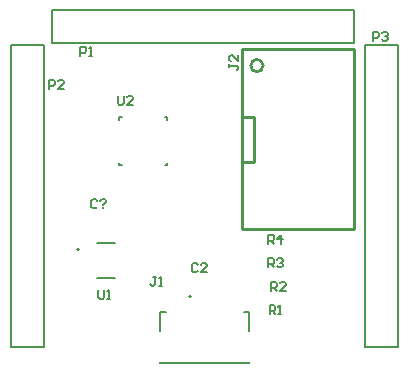
<source format=gto>
G04*
G04 #@! TF.GenerationSoftware,Altium Limited,Altium Designer,20.2.4 (192)*
G04*
G04 Layer_Color=65535*
%FSLAX25Y25*%
%MOIN*%
G70*
G04*
G04 #@! TF.SameCoordinates,10D436F5-3F1F-4B74-8332-D6DC9BA31C1D*
G04*
G04*
G04 #@! TF.FilePolarity,Positive*
G04*
G01*
G75*
%ADD10C,0.00787*%
%ADD11C,0.01000*%
%ADD12C,0.00500*%
%ADD13C,0.00600*%
%ADD14C,0.00800*%
D10*
X178575Y154000D02*
G03*
X178575Y154000I-394J0D01*
G01*
X215945Y138347D02*
G03*
X215945Y138347I-394J0D01*
G01*
X274016Y121339D02*
X285039D01*
X274016Y222126D02*
X285039D01*
X274016Y121339D02*
Y222126D01*
X285039Y121339D02*
Y222126D01*
X155905Y121339D02*
X166929D01*
X155905Y222126D02*
X166929D01*
X155905Y121339D02*
Y222126D01*
X166929Y121339D02*
Y222126D01*
X270236Y222835D02*
Y233858D01*
X169449Y222835D02*
Y233858D01*
Y222835D02*
X270236D01*
X169449Y233858D02*
X270236D01*
D11*
X239967Y215287D02*
G03*
X239967Y215287I-2062J0D01*
G01*
X232906Y183287D02*
X236906D01*
Y198287D01*
X233405D02*
X236906D01*
X232906Y220787D02*
X270406D01*
X232906Y160787D02*
Y220787D01*
Y160787D02*
X270406D01*
Y220787D01*
D12*
X184539Y144354D02*
X190445D01*
X184539Y156165D02*
X190445D01*
X205709Y116043D02*
X235236D01*
Y116634D01*
X205709Y116043D02*
Y116634D01*
Y126870D02*
Y133169D01*
X235236Y126870D02*
Y133169D01*
X233465D02*
X235236D01*
X205709D02*
X207480D01*
D13*
X208000Y197200D02*
Y198000D01*
X207200Y182000D02*
X208000D01*
X192000Y198000D02*
X192800D01*
X192000Y182000D02*
Y182800D01*
Y182000D02*
X192800D01*
X208000D02*
Y182800D01*
X207200Y198000D02*
X208000D01*
X192000Y197200D02*
Y198000D01*
D14*
X276501Y223500D02*
Y226500D01*
X278000D01*
X278500Y226000D01*
Y225000D01*
X278000Y224500D01*
X276501D01*
X279500Y226000D02*
X280000Y226500D01*
X280999D01*
X281499Y226000D01*
Y225500D01*
X280999Y225000D01*
X280500D01*
X280999D01*
X281499Y224500D01*
Y224000D01*
X280999Y223500D01*
X280000D01*
X279500Y224000D01*
X168501Y207501D02*
Y210500D01*
X170000D01*
X170500Y210000D01*
Y209000D01*
X170000Y208500D01*
X168501D01*
X173499Y207501D02*
X171500D01*
X173499Y209500D01*
Y210000D01*
X172999Y210500D01*
X172000D01*
X171500Y210000D01*
X179001Y218500D02*
Y221499D01*
X180500D01*
X181000Y221000D01*
Y220000D01*
X180500Y219500D01*
X179001D01*
X182000Y218500D02*
X182999D01*
X182500D01*
Y221499D01*
X182000Y221000D01*
X185001Y140499D02*
Y138000D01*
X185501Y137501D01*
X186500D01*
X187000Y138000D01*
Y140499D01*
X188000Y137501D02*
X188999D01*
X188499D01*
Y140499D01*
X188000Y140000D01*
X242095Y132359D02*
Y135358D01*
X243595D01*
X244094Y134858D01*
Y133858D01*
X243595Y133358D01*
X242095D01*
X243095D02*
X244094Y132359D01*
X245094D02*
X246094D01*
X245594D01*
Y135358D01*
X245094Y134858D01*
X242432Y140233D02*
Y143232D01*
X243931D01*
X244431Y142732D01*
Y141732D01*
X243931Y141232D01*
X242432D01*
X243432D02*
X244431Y140233D01*
X247430D02*
X245431D01*
X247430Y142232D01*
Y142732D01*
X246931Y143232D01*
X245931D01*
X245431Y142732D01*
X241595Y148107D02*
Y151106D01*
X243095D01*
X243595Y150606D01*
Y149606D01*
X243095Y149107D01*
X241595D01*
X242595D02*
X243595Y148107D01*
X244594Y150606D02*
X245094Y151106D01*
X246094D01*
X246594Y150606D01*
Y150106D01*
X246094Y149606D01*
X245594D01*
X246094D01*
X246594Y149107D01*
Y148607D01*
X246094Y148107D01*
X245094D01*
X244594Y148607D01*
X241595Y155981D02*
Y158980D01*
X243095D01*
X243595Y158480D01*
Y157480D01*
X243095Y156981D01*
X241595D01*
X242595D02*
X243595Y155981D01*
X246094D02*
Y158980D01*
X244594Y157480D01*
X246594D01*
X228658Y215721D02*
Y214721D01*
Y215221D01*
X231157D01*
X231657Y214721D01*
Y214221D01*
X231157Y213721D01*
X231657Y218720D02*
Y216720D01*
X229658Y218720D01*
X229158D01*
X228658Y218220D01*
Y217220D01*
X229158Y216720D01*
X204399Y144951D02*
X203400D01*
X203900D01*
Y142452D01*
X203400Y141952D01*
X202900D01*
X202400Y142452D01*
X205399Y141952D02*
X206399D01*
X205899D01*
Y144951D01*
X205399Y144451D01*
X191450Y205249D02*
Y202750D01*
X191950Y202250D01*
X192949D01*
X193449Y202750D01*
Y205249D01*
X196448Y202250D02*
X194449D01*
X196448Y204249D01*
Y204749D01*
X195949Y205249D01*
X194949D01*
X194449Y204749D01*
X218136Y148962D02*
X217636Y149462D01*
X216637D01*
X216137Y148962D01*
Y146963D01*
X216637Y146463D01*
X217636D01*
X218136Y146963D01*
X221135Y146463D02*
X219136D01*
X221135Y148462D01*
Y148962D01*
X220636Y149462D01*
X219636D01*
X219136Y148962D01*
X184690Y170230D02*
X184190Y170730D01*
X183190D01*
X182691Y170230D01*
Y168230D01*
X183190Y167731D01*
X184190D01*
X184690Y168230D01*
X185690Y170230D02*
X186189Y170730D01*
X187189D01*
X187689Y170230D01*
Y169730D01*
X186689Y168730D01*
Y168230D02*
Y167731D01*
M02*

</source>
